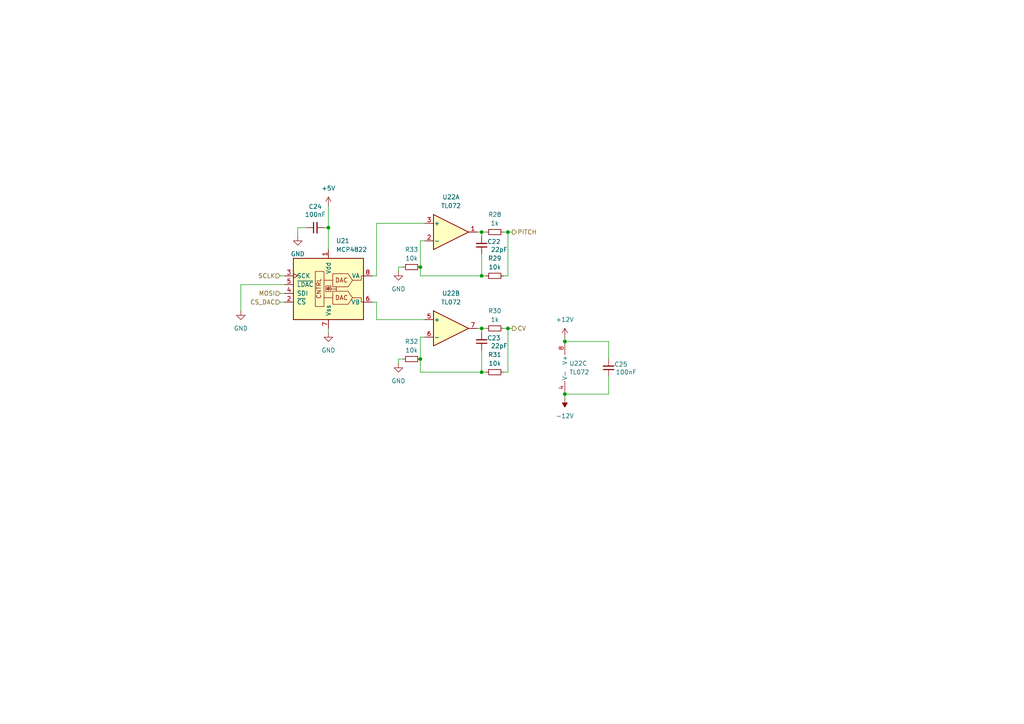
<source format=kicad_sch>
(kicad_sch (version 20231120) (generator "eeschema") (generator_version "8.0")
  (paper "A4")
  (lib_symbols
    (symbol "Amplifier_Operational:TL072" (pin_names (offset 0.127))
      (property "Reference" "U" (at 0 5.08 0))
      (property "Value" "TL072" (at 0 -5.08 0))
      (symbol "TL072_1_1"
        (polyline (pts (xy -5.08 5.08) (xy 5.08 0) (xy -5.08 -5.08) (xy -5.08 5.08)) (stroke (width 0.254)) (fill (type background)))
        (pin output line (at 7.62 0 180) (length 2.54) (name "~") (number "1"))
        (pin input line (at -7.62 -2.54 0) (length 2.54) (name "-") (number "2"))
        (pin input line (at -7.62 2.54 0) (length 2.54) (name "+") (number "3"))
      )
      (symbol "TL072_2_1"
        (polyline (pts (xy -5.08 5.08) (xy 5.08 0) (xy -5.08 -5.08) (xy -5.08 5.08)) (stroke (width 0.254)) (fill (type background)))
        (pin input line (at -7.62 2.54 0) (length 2.54) (name "+") (number "5"))
        (pin input line (at -7.62 -2.54 0) (length 2.54) (name "-") (number "6"))
        (pin output line (at 7.62 0 180) (length 2.54) (name "~") (number "7"))
      )
      (symbol "TL072_3_1"
        (pin power_in line (at -2.54 -7.62 90) (length 3.81) (name "V-") (number "4"))
        (pin power_in line (at -2.54 7.62 270) (length 3.81) (name "V+") (number "8"))
      )
    )
    (symbol "Analog_DAC:MCP4822" (pin_names (offset 1.016))
      (property "Reference" "U" (at -2.54 10.795 0))
      (property "Value" "MCP4822" (at -2.54 8.89 0))
      (symbol "MCP4822_0_0"
        (polyline (pts (xy 0 -1.778) (xy 0 -0.635)))
        (polyline (pts (xy 0.381 -0.889) (xy 0.508 -0.762)))
        (polyline (pts (xy 2.286 -1.143) (xy 2.286 -1.905)))
        (polyline (pts (xy 0.381 -0.889) (xy -0.381 -0.889) (xy -0.508 -1.016)))
        (polyline (pts (xy 0.762 -1.27) (xy 2.286 -1.27) (xy 2.286 -0.762)))
        (polyline (pts (xy 0 -0.889) (xy 0.508 -1.397) (xy -0.508 -1.397) (xy 0 -0.889)))
        (polyline (pts (xy 6.985 -3.81) (xy 9.525 -3.81) (xy 9.525 -5.08) (xy 10.16 -5.08)))
        (polyline (pts (xy 6.985 1.27) (xy 9.525 1.27) (xy 9.525 2.54) (xy 10.16 2.54)))
        (rectangle (start 0.762 -0.381) (end -0.762 -2.032))
        (text "CNTRL" (at -2.032 -4.191 900) (effects (font (size 1.27 1.27)) (justify left bottom)))
        (text "DAC" (at 3.81 -3.81 0) (effects (font (size 1.27 1.27))))
        (text "DAC" (at 3.81 1.27 0) (effects (font (size 1.27 1.27))))
      )
      (symbol "MCP4822_0_1"
        (rectangle (start -10.16 7.62) (end 10.16 -10.16) (stroke (width 0.254)) (fill (type background)))
        (rectangle (start -1.27 -6.35) (end -3.81 3.81))
        (polyline (pts (xy 1.27 -3.81) (xy -1.27 -3.81)))
        (polyline (pts (xy 1.27 1.27) (xy -1.27 1.27)))
        (polyline (pts (xy 6.985 -3.81) (xy 5.715 -1.905) (xy 1.27 -1.905) (xy 1.27 -5.715) (xy 5.715 -5.715) (xy 6.985 -3.81)))
        (polyline (pts (xy 6.985 1.27) (xy 5.715 3.175) (xy 1.27 3.175) (xy 1.27 -0.635) (xy 5.715 -0.635) (xy 6.985 1.27)))
      )
      (symbol "MCP4822_1_1"
        (pin power_in line (at 0 10.16 270) (length 2.54) (name "Vdd") (number "1"))
        (pin input line (at -12.7 -5.08 0) (length 2.54) (name "~{CS}") (number "2"))
        (pin input clock (at -12.7 2.54 0) (length 2.54) (name "SCK") (number "3"))
        (pin input line (at -12.7 -2.54 0) (length 2.54) (name "SDI") (number "4"))
        (pin input line (at -12.7 0 0) (length 2.54) (name "~{LDAC}") (number "5"))
        (pin output line (at 12.7 -5.08 180) (length 2.54) (name "VB") (number "6"))
        (pin power_in line (at 0 -12.7 90) (length 2.54) (name "Vss") (number "7"))
        (pin output line (at 12.7 2.54 180) (length 2.54) (name "VA") (number "8"))
      )
    )
    (symbol "Device:C_Small" (pin_numbers hide) (pin_names (offset 0.254) hide)
      (property "Reference" "C" (at 0.254 1.778 0))
      (property "Value" "C_Small" (at 0.254 -2.032 0))
      (symbol "C_Small_0_1"
        (polyline (pts (xy -1.524 -0.508) (xy 1.524 -0.508)) (stroke (width 0.3302)))
        (polyline (pts (xy -1.524 0.508) (xy 1.524 0.508)) (stroke (width 0.3048)))
      )
      (symbol "C_Small_1_1"
        (pin passive line (at 0 2.54 270) (length 2.032) (name "~") (number "1"))
        (pin passive line (at 0 -2.54 90) (length 2.032) (name "~") (number "2"))
      )
    )
    (symbol "Device:R_Small" (pin_numbers hide) (pin_names (offset 0.254) hide)
      (property "Reference" "R" (at 0.762 0.508 0))
      (property "Value" "R_Small" (at 0.762 -1.016 0))
      (symbol "R_Small_0_1"
        (rectangle (start -0.762 1.778) (end 0.762 -1.778) (stroke (width 0.2032)))
      )
      (symbol "R_Small_1_1"
        (pin passive line (at 0 2.54 270) (length 0.762) (name "~") (number "1"))
        (pin passive line (at 0 -2.54 90) (length 0.762) (name "~") (number "2"))
      )
    )
    (symbol "power:+12V" (power) (pin_numbers hide) (pin_names (offset 0) hide)
      (property "Value" "+12V" (at 0 3.556 0))
      (symbol "+12V_0_1"
        (polyline (pts (xy -0.762 1.27) (xy 0 2.54)))
        (polyline (pts (xy 0 0) (xy 0 2.54)))
        (polyline (pts (xy 0 2.54) (xy 0.762 1.27)))
      )
      (symbol "+12V_1_1"
        (pin power_in line (at 0 0 90) (length 0) (name "~") (number "1"))
      )
    )
    (symbol "power:+5V" (power) (pin_numbers hide) (pin_names (offset 0) hide)
      (property "Value" "+5V" (at 0 3.556 0))
      (symbol "+5V_0_1"
        (polyline (pts (xy -0.762 1.27) (xy 0 2.54)))
        (polyline (pts (xy 0 0) (xy 0 2.54)))
        (polyline (pts (xy 0 2.54) (xy 0.762 1.27)))
      )
      (symbol "+5V_1_1"
        (pin power_in line (at 0 0 90) (length 0) (name "~") (number "1"))
      )
    )
    (symbol "power:-12V" (power) (pin_numbers hide) (pin_names (offset 0) hide)
      (property "Value" "-12V" (at 0 3.556 0))
      (symbol "-12V_0_0"
        (pin power_in line (at 0 0 90) (length 0) (name "~") (number "1"))
      )
      (symbol "-12V_0_1"
        (polyline (pts (xy 0 0) (xy 0 1.27) (xy 0.762 1.27) (xy 0 2.54) (xy -0.762 1.27) (xy 0 1.27)) (fill (type outline)))
      )
    )
    (symbol "power:GND" (power) (pin_numbers hide) (pin_names (offset 0) hide)
      (property "Value" "GND" (at 0 -3.81 0))
      (symbol "GND_0_1"
        (polyline (pts (xy 0 0) (xy 0 -1.27) (xy 1.27 -1.27) (xy 0 -2.54) (xy -1.27 -1.27) (xy 0 -1.27)))
      )
      (symbol "GND_1_1"
        (pin power_in line (at 0 0 270) (length 0) (name "~") (number "1"))
      )
    )
  )
  (junction (at 139.7 95.25))
  (junction (at 147.32 95.25))
  (junction (at 139.7 67.31))
  (junction (at 121.92 77.47))
  (junction (at 95.25 66.04))
  (junction (at 147.32 67.31))
  (junction (at 163.83 99.06))
  (junction (at 139.7 107.95))
  (junction (at 121.92 104.14))
  (junction (at 139.7 80.01))
  (junction (at 163.83 114.3))
  (wire (pts (xy 176.53 104.14) (xy 176.53 99.06)))
  (wire (pts (xy 139.7 67.31) (xy 139.7 68.58)))
  (wire (pts (xy 95.25 66.04) (xy 95.25 59.69)))
  (wire (pts (xy 139.7 67.31) (xy 140.97 67.31)))
  (wire (pts (xy 115.57 105.41) (xy 115.57 104.14)))
  (wire (pts (xy 86.36 66.04) (xy 88.9 66.04)))
  (wire (pts (xy 81.28 85.09) (xy 82.55 85.09)))
  (wire (pts (xy 93.98 66.04) (xy 95.25 66.04)))
  (wire (pts (xy 107.95 80.01) (xy 109.22 80.01)))
  (wire (pts (xy 163.83 114.3) (xy 163.83 115.57)))
  (wire (pts (xy 139.7 101.6) (xy 139.7 107.95)))
  (wire (pts (xy 86.36 68.58) (xy 86.36 66.04)))
  (wire (pts (xy 147.32 67.31) (xy 148.59 67.31)))
  (wire (pts (xy 139.7 107.95) (xy 140.97 107.95)))
  (wire (pts (xy 139.7 80.01) (xy 121.92 80.01)))
  (wire (pts (xy 121.92 97.79) (xy 121.92 104.14)))
  (wire (pts (xy 69.85 82.55) (xy 69.85 90.17)))
  (wire (pts (xy 82.55 82.55) (xy 69.85 82.55)))
  (wire (pts (xy 81.28 87.63) (xy 82.55 87.63)))
  (wire (pts (xy 147.32 95.25) (xy 148.59 95.25)))
  (wire (pts (xy 163.83 114.3) (xy 176.53 114.3)))
  (wire (pts (xy 139.7 73.66) (xy 139.7 80.01)))
  (wire (pts (xy 139.7 95.25) (xy 140.97 95.25)))
  (wire (pts (xy 138.43 95.25) (xy 139.7 95.25)))
  (wire (pts (xy 115.57 77.47) (xy 116.84 77.47)))
  (wire (pts (xy 163.83 97.79) (xy 163.83 99.06)))
  (wire (pts (xy 146.05 80.01) (xy 147.32 80.01)))
  (wire (pts (xy 147.32 107.95) (xy 147.32 95.25)))
  (wire (pts (xy 109.22 87.63) (xy 109.22 92.71)))
  (wire (pts (xy 115.57 104.14) (xy 116.84 104.14)))
  (wire (pts (xy 95.25 95.25) (xy 95.25 96.52)))
  (wire (pts (xy 146.05 107.95) (xy 147.32 107.95)))
  (wire (pts (xy 107.95 87.63) (xy 109.22 87.63)))
  (wire (pts (xy 121.92 104.14) (xy 121.92 107.95)))
  (wire (pts (xy 147.32 80.01) (xy 147.32 67.31)))
  (wire (pts (xy 176.53 109.22) (xy 176.53 114.3)))
  (wire (pts (xy 81.28 80.01) (xy 82.55 80.01)))
  (wire (pts (xy 123.19 97.79) (xy 121.92 97.79)))
  (wire (pts (xy 138.43 67.31) (xy 139.7 67.31)))
  (wire (pts (xy 109.22 92.71) (xy 123.19 92.71)))
  (wire (pts (xy 121.92 69.85) (xy 123.19 69.85)))
  (wire (pts (xy 146.05 67.31) (xy 147.32 67.31)))
  (wire (pts (xy 95.25 66.04) (xy 95.25 72.39)))
  (wire (pts (xy 121.92 77.47) (xy 121.92 69.85)))
  (wire (pts (xy 115.57 78.74) (xy 115.57 77.47)))
  (wire (pts (xy 140.97 80.01) (xy 139.7 80.01)))
  (wire (pts (xy 121.92 107.95) (xy 139.7 107.95)))
  (wire (pts (xy 109.22 80.01) (xy 109.22 64.77)))
  (wire (pts (xy 146.05 95.25) (xy 147.32 95.25)))
  (wire (pts (xy 176.53 99.06) (xy 163.83 99.06)))
  (wire (pts (xy 139.7 95.25) (xy 139.7 96.52)))
  (wire (pts (xy 109.22 64.77) (xy 123.19 64.77)))
  (wire (pts (xy 121.92 80.01) (xy 121.92 77.47)))
  (hierarchical_label "CS_DAC" (shape input) (at 81.28 87.63 180))
  (hierarchical_label "SCLK" (shape input) (at 81.28 80.01 180))
  (hierarchical_label "MOSI" (shape input) (at 81.28 85.09 180))
  (hierarchical_label "CV" (shape output) (at 148.59 95.25 0))
  (hierarchical_label "PITCH" (shape output) (at 148.59 67.31 0))
  (symbol (lib_id "power:GND") (at 115.57 105.41 0) (unit 1)
    (property "Reference" "#PWR0100" (effects (hide yes)))
    (property "Value" "GND" (at 115.57 110.49 0))
    (property "Description" "Power symbol creates a global label with name \"GND\" , ground" (effects (hide yes)))
  )
  (symbol (lib_id "Device:R_Small") (at 119.38 104.14 90) (unit 1)
    (property "Reference" "R32" (at 119.38 99.06 90))
    (property "Value" "10k" (at 119.38 101.6 90))
    (property "Footprint" "Resistor_SMD:R_0603_1608Metric_Pad0.98x0.95mm_HandSolder" (effects (hide yes)))
    (property "Description" "Resistor, small symbol" (effects (hide yes)))
  )
  (symbol (lib_id "Device:C_Small") (at 91.44 66.04 90) (unit 1)
    (property "Reference" "C24" (at 91.44 59.944 90))
    (property "Value" "100nF" (at 91.4463 62.23 90))
    (property "Footprint" "Capacitor_SMD:C_0603_1608Metric_Pad1.08x0.95mm_HandSolder" (effects (hide yes)))
    (property "Description" "Unpolarized capacitor, small symbol" (effects (hide yes)))
  )
  (symbol (lib_id "Analog_DAC:MCP4822") (at 95.25 82.55 0) (unit 1)
    (property "Reference" "U21" (at 97.4441 69.85 0) (effects (justify left)))
    (property "Value" "MCP4822" (at 97.4441 72.39 0) (effects (justify left)))
    (property "Footprint" "Package_SO:SOIC-8_3.9x4.9mm_P1.27mm" (effects (hide yes)))
    (property "Datasheet" "http://ww1.microchip.com/downloads/en/DeviceDoc/20002249B.pdf" (effects (hide yes)))
    (property "Description" "2-Channel 12-Bit D/A Converters with SPI Interface and Internal Reference (2.048V)" (effects (hide yes)))
  )
  (symbol (lib_id "Device:R_Small") (at 143.51 67.31 90) (unit 1)
    (property "Reference" "R28" (at 143.51 62.23 90))
    (property "Value" "1k" (at 143.51 64.77 90))
    (property "Footprint" "Resistor_SMD:R_0603_1608Metric_Pad0.98x0.95mm_HandSolder" (effects (hide yes)))
    (property "Description" "Resistor, small symbol" (effects (hide yes)))
  )
  (symbol (lib_id "Device:C_Small") (at 176.53 106.68 180) (unit 1)
    (property "Reference" "C25" (at 180.086 105.664 0))
    (property "Value" "100nF" (at 181.61 107.95 0))
    (property "Footprint" "Capacitor_SMD:C_0603_1608Metric_Pad1.08x0.95mm_HandSolder" (effects (hide yes)))
    (property "Description" "Unpolarized capacitor, small symbol" (effects (hide yes)))
  )
  (symbol (lib_id "power:GND") (at 86.36 68.58 0) (unit 1)
    (property "Reference" "#PWR0103" (effects (hide yes)))
    (property "Value" "GND" (at 86.36 73.66 0))
    (property "Description" "Power symbol creates a global label with name \"GND\" , ground" (effects (hide yes)))
  )
  (symbol (lib_id "Device:R_Small") (at 119.38 77.47 90) (unit 1)
    (property "Reference" "R33" (at 119.38 72.39 90))
    (property "Value" "10k" (at 119.38 74.93 90))
    (property "Footprint" "Resistor_SMD:R_0603_1608Metric_Pad0.98x0.95mm_HandSolder" (effects (hide yes)))
    (property "Description" "Resistor, small symbol" (effects (hide yes)))
  )
  (symbol (lib_id "power:GND") (at 95.25 96.52 0) (unit 1)
    (property "Reference" "#PWR0102" (effects (hide yes)))
    (property "Value" "GND" (at 95.25 101.6 0))
    (property "Description" "Power symbol creates a global label with name \"GND\" , ground" (effects (hide yes)))
  )
  (symbol (lib_id "Device:R_Small") (at 143.51 80.01 90) (unit 1)
    (property "Reference" "R29" (at 143.51 74.93 90))
    (property "Value" "10k" (at 143.51 77.47 90))
    (property "Footprint" "Resistor_SMD:R_0603_1608Metric_Pad0.98x0.95mm_HandSolder" (effects (hide yes)))
    (property "Description" "Resistor, small symbol" (effects (hide yes)))
  )
  (symbol (lib_id "power:-12V") (at 163.83 115.57 180) (unit 1)
    (property "Reference" "#PWR0107" (effects (hide yes)))
    (property "Value" "-12V" (at 163.83 120.65 0))
    (property "Description" "Power symbol creates a global label with name \"-12V\"" (effects (hide yes)))
  )
  (symbol (lib_id "Amplifier_Operational:TL072") (at 166.37 106.68 0) (unit 3)
    (property "Reference" "U22" (at 165.1 105.4099 0) (effects (justify left)))
    (property "Value" "TL072" (at 165.1 107.9499 0) (effects (justify left)))
    (property "Footprint" "Package_SO:SOIC-8_3.9x4.9mm_P1.27mm" (effects (hide yes)))
    (property "Datasheet" "http://www.ti.com/lit/ds/symlink/tl071.pdf" (effects (hide yes)))
    (property "Description" "Dual Low-Noise JFET-Input Operational Amplifiers, DIP-8/SOIC-8" (effects (hide yes)))
  )
  (symbol (lib_id "power:+5V") (at 95.25 59.69 0) (unit 1)
    (property "Reference" "#PWR0104" (effects (hide yes)))
    (property "Value" "+5V" (at 95.25 54.61 0))
    (property "Description" "Power symbol creates a global label with name \"+5V\"" (effects (hide yes)))
  )
  (symbol (lib_id "power:GND") (at 115.57 78.74 0) (unit 1)
    (property "Reference" "#PWR0101" (effects (hide yes)))
    (property "Value" "GND" (at 115.57 83.82 0))
    (property "Description" "Power symbol creates a global label with name \"GND\" , ground" (effects (hide yes)))
  )
  (symbol (lib_id "Amplifier_Operational:TL072") (at 130.81 95.25 0) (unit 2)
    (property "Reference" "U22" (at 130.81 85.09 0))
    (property "Value" "TL072" (at 130.81 87.63 0))
    (property "Footprint" "Package_SO:SOIC-8_3.9x4.9mm_P1.27mm" (effects (hide yes)))
    (property "Datasheet" "http://www.ti.com/lit/ds/symlink/tl071.pdf" (effects (hide yes)))
    (property "Description" "Dual Low-Noise JFET-Input Operational Amplifiers, DIP-8/SOIC-8" (effects (hide yes)))
  )
  (symbol (lib_id "Device:R_Small") (at 143.51 107.95 90) (unit 1)
    (property "Reference" "R31" (at 143.51 102.87 90))
    (property "Value" "10k" (at 143.51 105.41 90))
    (property "Footprint" "Resistor_SMD:R_0603_1608Metric_Pad0.98x0.95mm_HandSolder" (effects (hide yes)))
    (property "Description" "Resistor, small symbol" (effects (hide yes)))
  )
  (symbol (lib_id "power:+12V") (at 163.83 97.79 0) (unit 1)
    (property "Reference" "#PWR0106" (effects (hide yes)))
    (property "Value" "+12V" (at 163.83 92.71 0))
    (property "Description" "Power symbol creates a global label with name \"+12V\"" (effects (hide yes)))
  )
  (symbol (lib_id "Amplifier_Operational:TL072") (at 130.81 67.31 0) (unit 1)
    (property "Reference" "U22" (at 130.81 57.15 0))
    (property "Value" "TL072" (at 130.81 59.69 0))
    (property "Footprint" "Package_SO:SOIC-8_3.9x4.9mm_P1.27mm" (effects (hide yes)))
    (property "Datasheet" "http://www.ti.com/lit/ds/symlink/tl071.pdf" (effects (hide yes)))
    (property "Description" "Dual Low-Noise JFET-Input Operational Amplifiers, DIP-8/SOIC-8" (effects (hide yes)))
  )
  (symbol (lib_id "Device:C_Small") (at 139.7 71.12 180) (unit 1)
    (property "Reference" "C22" (at 143.256 70.104 0))
    (property "Value" "22pF" (at 144.78 72.39 0))
    (property "Footprint" "Capacitor_SMD:C_0603_1608Metric_Pad1.08x0.95mm_HandSolder" (effects (hide yes)))
    (property "Description" "Unpolarized capacitor, small symbol" (effects (hide yes)))
  )
  (symbol (lib_id "Device:R_Small") (at 143.51 95.25 90) (unit 1)
    (property "Reference" "R30" (at 143.51 90.17 90))
    (property "Value" "1k" (at 143.51 92.71 90))
    (property "Footprint" "Resistor_SMD:R_0603_1608Metric_Pad0.98x0.95mm_HandSolder" (effects (hide yes)))
    (property "Description" "Resistor, small symbol" (effects (hide yes)))
  )
  (symbol (lib_id "Device:C_Small") (at 139.7 99.06 180) (unit 1)
    (property "Reference" "C23" (at 143.256 98.044 0))
    (property "Value" "22pF" (at 144.78 100.33 0))
    (property "Footprint" "Capacitor_SMD:C_0603_1608Metric_Pad1.08x0.95mm_HandSolder" (effects (hide yes)))
    (property "Description" "Unpolarized capacitor, small symbol" (effects (hide yes)))
  )
  (symbol (lib_id "power:GND") (at 69.85 90.17 0) (unit 1)
    (property "Reference" "#PWR0105" (effects (hide yes)))
    (property "Value" "GND" (at 69.85 95.25 0))
    (property "Description" "Power symbol creates a global label with name \"GND\" , ground" (effects (hide yes)))
  )
)
</source>
